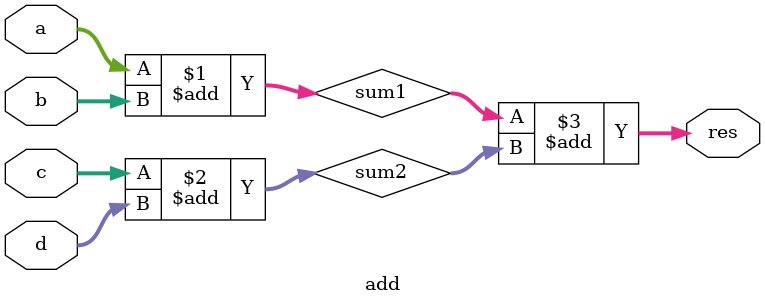
<source format=v>
module add(a, b, c, d, res);

	input [3:0] a, b, c, d;	
	output [5:0] res;
	wire [5:0] sum1,sum2;

	assign sum1 = a + b;	//當sum加到溢位時會放在res內
	assign sum2 = c + d;
	assign res = sum1 + sum2;

endmodule


</source>
